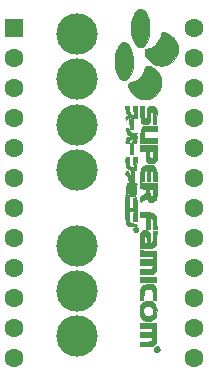
<source format=gbr>
%TF.GenerationSoftware,KiCad,Pcbnew,(5.1.10)-1*%
%TF.CreationDate,2023-06-15T14:01:31-05:00*%
%TF.ProjectId,1 Player,3120506c-6179-4657-922e-6b696361645f,rev?*%
%TF.SameCoordinates,Original*%
%TF.FileFunction,Soldermask,Top*%
%TF.FilePolarity,Negative*%
%FSLAX46Y46*%
G04 Gerber Fmt 4.6, Leading zero omitted, Abs format (unit mm)*
G04 Created by KiCad (PCBNEW (5.1.10)-1) date 2023-06-15 14:01:31*
%MOMM*%
%LPD*%
G01*
G04 APERTURE LIST*
%ADD10C,0.010000*%
%ADD11C,3.500000*%
%ADD12C,1.600000*%
%ADD13R,1.600000X1.600000*%
G04 APERTURE END LIST*
D10*
%TO.C,G\u002A\u002A\u002A*%
G36*
X178635483Y-103552943D02*
G01*
X178614371Y-103587640D01*
X178532481Y-103648451D01*
X178418728Y-103670571D01*
X178303326Y-103652898D01*
X178222909Y-103601928D01*
X178167493Y-103492250D01*
X178171331Y-103369973D01*
X178231803Y-103260416D01*
X178261072Y-103233439D01*
X178308000Y-103211353D01*
X178308000Y-103367486D01*
X178250149Y-103369134D01*
X178235428Y-103418959D01*
X178245440Y-103467111D01*
X178288469Y-103460497D01*
X178308000Y-103450571D01*
X178364892Y-103415310D01*
X178375511Y-103404331D01*
X178375511Y-103535432D01*
X178343998Y-103541463D01*
X178309990Y-103575058D01*
X178345192Y-103592060D01*
X178407786Y-103594611D01*
X178472230Y-103590213D01*
X178471415Y-103574122D01*
X178443784Y-103556361D01*
X178375511Y-103535432D01*
X178375511Y-103404331D01*
X178380571Y-103399098D01*
X178350675Y-103381077D01*
X178308000Y-103367486D01*
X178308000Y-103211353D01*
X178374346Y-103180126D01*
X178404007Y-103181777D01*
X178404007Y-103248517D01*
X178365547Y-103254824D01*
X178313098Y-103282923D01*
X178332242Y-103299447D01*
X178422922Y-103304350D01*
X178425928Y-103304325D01*
X178461818Y-103302018D01*
X178461818Y-103393737D01*
X178456007Y-103429404D01*
X178462679Y-103476468D01*
X178475065Y-103477029D01*
X178483727Y-103428465D01*
X178477930Y-103407482D01*
X178461818Y-103393737D01*
X178461818Y-103302018D01*
X178498897Y-103299633D01*
X178507041Y-103284412D01*
X178483475Y-103267981D01*
X178404007Y-103248517D01*
X178404007Y-103181777D01*
X178484022Y-103186233D01*
X178543857Y-103220099D01*
X178543857Y-103523142D01*
X178525714Y-103541285D01*
X178543857Y-103559428D01*
X178562000Y-103541285D01*
X178543857Y-103523142D01*
X178543857Y-103220099D01*
X178570675Y-103235278D01*
X178570675Y-103393737D01*
X178564864Y-103429404D01*
X178571536Y-103476468D01*
X178583922Y-103477029D01*
X178592584Y-103428465D01*
X178586787Y-103407482D01*
X178570675Y-103393737D01*
X178570675Y-103235278D01*
X178577538Y-103239163D01*
X178642328Y-103326322D01*
X178665831Y-103435114D01*
X178635483Y-103552943D01*
G37*
X178635483Y-103552943D02*
X178614371Y-103587640D01*
X178532481Y-103648451D01*
X178418728Y-103670571D01*
X178303326Y-103652898D01*
X178222909Y-103601928D01*
X178167493Y-103492250D01*
X178171331Y-103369973D01*
X178231803Y-103260416D01*
X178261072Y-103233439D01*
X178308000Y-103211353D01*
X178308000Y-103367486D01*
X178250149Y-103369134D01*
X178235428Y-103418959D01*
X178245440Y-103467111D01*
X178288469Y-103460497D01*
X178308000Y-103450571D01*
X178364892Y-103415310D01*
X178375511Y-103404331D01*
X178375511Y-103535432D01*
X178343998Y-103541463D01*
X178309990Y-103575058D01*
X178345192Y-103592060D01*
X178407786Y-103594611D01*
X178472230Y-103590213D01*
X178471415Y-103574122D01*
X178443784Y-103556361D01*
X178375511Y-103535432D01*
X178375511Y-103404331D01*
X178380571Y-103399098D01*
X178350675Y-103381077D01*
X178308000Y-103367486D01*
X178308000Y-103211353D01*
X178374346Y-103180126D01*
X178404007Y-103181777D01*
X178404007Y-103248517D01*
X178365547Y-103254824D01*
X178313098Y-103282923D01*
X178332242Y-103299447D01*
X178422922Y-103304350D01*
X178425928Y-103304325D01*
X178461818Y-103302018D01*
X178461818Y-103393737D01*
X178456007Y-103429404D01*
X178462679Y-103476468D01*
X178475065Y-103477029D01*
X178483727Y-103428465D01*
X178477930Y-103407482D01*
X178461818Y-103393737D01*
X178461818Y-103302018D01*
X178498897Y-103299633D01*
X178507041Y-103284412D01*
X178483475Y-103267981D01*
X178404007Y-103248517D01*
X178404007Y-103181777D01*
X178484022Y-103186233D01*
X178543857Y-103220099D01*
X178543857Y-103523142D01*
X178525714Y-103541285D01*
X178543857Y-103559428D01*
X178562000Y-103541285D01*
X178543857Y-103523142D01*
X178543857Y-103220099D01*
X178570675Y-103235278D01*
X178570675Y-103393737D01*
X178564864Y-103429404D01*
X178571536Y-103476468D01*
X178583922Y-103477029D01*
X178592584Y-103428465D01*
X178586787Y-103407482D01*
X178570675Y-103393737D01*
X178570675Y-103235278D01*
X178577538Y-103239163D01*
X178642328Y-103326322D01*
X178665831Y-103435114D01*
X178635483Y-103552943D01*
G36*
X180176771Y-78197350D02*
G01*
X180102680Y-78504946D01*
X179968547Y-78783190D01*
X179778823Y-79024221D01*
X179537955Y-79220178D01*
X179368198Y-79314038D01*
X179263568Y-79359226D01*
X179168247Y-79387909D01*
X179060287Y-79403711D01*
X178917740Y-79410262D01*
X178779714Y-79411285D01*
X178597730Y-79409143D01*
X178466429Y-79400341D01*
X178363989Y-79381318D01*
X178268585Y-79348510D01*
X178195229Y-79315868D01*
X178007068Y-79201261D01*
X177817332Y-79040796D01*
X177648537Y-78856482D01*
X177523202Y-78670326D01*
X177511523Y-78647641D01*
X177457323Y-78508975D01*
X177420850Y-78358164D01*
X177404286Y-78214810D01*
X177409812Y-78098515D01*
X177439610Y-78028884D01*
X177442403Y-78026468D01*
X177507020Y-77997404D01*
X177611083Y-77970994D01*
X177655106Y-77963534D01*
X177915378Y-77890921D01*
X178159478Y-77756794D01*
X178376405Y-77572026D01*
X178555156Y-77347488D01*
X178684730Y-77094053D01*
X178743757Y-76887694D01*
X178778312Y-76739568D01*
X178821838Y-76651543D01*
X178887841Y-76611288D01*
X178989823Y-76606472D01*
X179045756Y-76611948D01*
X179287660Y-76671453D01*
X179519368Y-76793799D01*
X179749178Y-76983477D01*
X179769751Y-77003705D01*
X179973279Y-77246809D01*
X180108203Y-77505060D01*
X180178070Y-77785822D01*
X180186372Y-77868265D01*
X180176771Y-78197350D01*
G37*
X180176771Y-78197350D02*
X180102680Y-78504946D01*
X179968547Y-78783190D01*
X179778823Y-79024221D01*
X179537955Y-79220178D01*
X179368198Y-79314038D01*
X179263568Y-79359226D01*
X179168247Y-79387909D01*
X179060287Y-79403711D01*
X178917740Y-79410262D01*
X178779714Y-79411285D01*
X178597730Y-79409143D01*
X178466429Y-79400341D01*
X178363989Y-79381318D01*
X178268585Y-79348510D01*
X178195229Y-79315868D01*
X178007068Y-79201261D01*
X177817332Y-79040796D01*
X177648537Y-78856482D01*
X177523202Y-78670326D01*
X177511523Y-78647641D01*
X177457323Y-78508975D01*
X177420850Y-78358164D01*
X177404286Y-78214810D01*
X177409812Y-78098515D01*
X177439610Y-78028884D01*
X177442403Y-78026468D01*
X177507020Y-77997404D01*
X177611083Y-77970994D01*
X177655106Y-77963534D01*
X177915378Y-77890921D01*
X178159478Y-77756794D01*
X178376405Y-77572026D01*
X178555156Y-77347488D01*
X178684730Y-77094053D01*
X178743757Y-76887694D01*
X178778312Y-76739568D01*
X178821838Y-76651543D01*
X178887841Y-76611288D01*
X178989823Y-76606472D01*
X179045756Y-76611948D01*
X179287660Y-76671453D01*
X179519368Y-76793799D01*
X179749178Y-76983477D01*
X179769751Y-77003705D01*
X179973279Y-77246809D01*
X180108203Y-77505060D01*
X180178070Y-77785822D01*
X180186372Y-77868265D01*
X180176771Y-78197350D01*
G36*
X178407684Y-90432872D02*
G01*
X178395623Y-90575797D01*
X178372714Y-90681207D01*
X178336591Y-90760754D01*
X178284888Y-90826091D01*
X178227938Y-90878306D01*
X178090222Y-90951001D01*
X177936286Y-90964944D01*
X177786093Y-90924290D01*
X177659610Y-90833193D01*
X177598783Y-90747389D01*
X177546191Y-90672599D01*
X177500573Y-90667387D01*
X177498383Y-90668940D01*
X177447154Y-90708290D01*
X177360951Y-90775289D01*
X177292000Y-90829167D01*
X177170283Y-90923502D01*
X177095370Y-90971337D01*
X177055974Y-90969669D01*
X177040808Y-90915493D01*
X177038586Y-90805807D01*
X177038755Y-90761784D01*
X177039510Y-90514714D01*
X177509714Y-90205818D01*
X177509714Y-89849204D01*
X177038000Y-89798688D01*
X177038009Y-89594272D01*
X177038017Y-89389857D01*
X178048493Y-89389857D01*
X178048493Y-89826708D01*
X177957582Y-89831845D01*
X177936071Y-89834314D01*
X177800000Y-89851368D01*
X177800000Y-90112606D01*
X177807211Y-90272719D01*
X177827150Y-90390543D01*
X177847755Y-90439153D01*
X177918744Y-90488197D01*
X177999437Y-90475225D01*
X178070230Y-90404613D01*
X178079768Y-90387393D01*
X178101952Y-90311571D01*
X178117361Y-90199104D01*
X178125201Y-90072420D01*
X178124683Y-89953947D01*
X178115013Y-89866114D01*
X178099357Y-89832485D01*
X178048493Y-89826708D01*
X178048493Y-89389857D01*
X178398714Y-89389857D01*
X178408724Y-89987861D01*
X178411263Y-90240777D01*
X178407684Y-90432872D01*
G37*
X178407684Y-90432872D02*
X178395623Y-90575797D01*
X178372714Y-90681207D01*
X178336591Y-90760754D01*
X178284888Y-90826091D01*
X178227938Y-90878306D01*
X178090222Y-90951001D01*
X177936286Y-90964944D01*
X177786093Y-90924290D01*
X177659610Y-90833193D01*
X177598783Y-90747389D01*
X177546191Y-90672599D01*
X177500573Y-90667387D01*
X177498383Y-90668940D01*
X177447154Y-90708290D01*
X177360951Y-90775289D01*
X177292000Y-90829167D01*
X177170283Y-90923502D01*
X177095370Y-90971337D01*
X177055974Y-90969669D01*
X177040808Y-90915493D01*
X177038586Y-90805807D01*
X177038755Y-90761784D01*
X177039510Y-90514714D01*
X177509714Y-90205818D01*
X177509714Y-89849204D01*
X177038000Y-89798688D01*
X177038009Y-89594272D01*
X177038017Y-89389857D01*
X178048493Y-89389857D01*
X178048493Y-89826708D01*
X177957582Y-89831845D01*
X177936071Y-89834314D01*
X177800000Y-89851368D01*
X177800000Y-90112606D01*
X177807211Y-90272719D01*
X177827150Y-90390543D01*
X177847755Y-90439153D01*
X177918744Y-90488197D01*
X177999437Y-90475225D01*
X178070230Y-90404613D01*
X178079768Y-90387393D01*
X178101952Y-90311571D01*
X178117361Y-90199104D01*
X178125201Y-90072420D01*
X178124683Y-89953947D01*
X178115013Y-89866114D01*
X178099357Y-89832485D01*
X178048493Y-89826708D01*
X178048493Y-89389857D01*
X178398714Y-89389857D01*
X178408724Y-89987861D01*
X178411263Y-90240777D01*
X178407684Y-90432872D01*
G36*
X178132992Y-89226571D02*
G01*
X178120710Y-88824152D01*
X178114150Y-88646280D01*
X178105322Y-88526052D01*
X178091129Y-88448544D01*
X178068473Y-88398836D01*
X178034254Y-88362002D01*
X178022766Y-88352438D01*
X177951936Y-88302998D01*
X177904837Y-88283142D01*
X177892835Y-88317179D01*
X177882856Y-88410307D01*
X177875824Y-88549056D01*
X177872659Y-88719954D01*
X177872571Y-88754857D01*
X177872571Y-89226571D01*
X177582286Y-89226571D01*
X177582286Y-88754857D01*
X177580758Y-88548744D01*
X177574057Y-88407100D01*
X177559004Y-88321847D01*
X177532420Y-88284911D01*
X177491127Y-88288214D01*
X177431948Y-88323682D01*
X177416864Y-88334524D01*
X177385259Y-88366716D01*
X177363111Y-88418182D01*
X177347782Y-88502690D01*
X177336636Y-88634010D01*
X177328285Y-88797167D01*
X177310143Y-89208428D01*
X177174071Y-89219690D01*
X177038000Y-89230952D01*
X177038223Y-88747976D01*
X177040727Y-88526787D01*
X177048791Y-88365727D01*
X177063598Y-88252485D01*
X177086329Y-88174751D01*
X177095062Y-88156142D01*
X177206988Y-87990097D01*
X177345252Y-87881750D01*
X177520322Y-87826011D01*
X177742665Y-87817790D01*
X177784840Y-87820664D01*
X178007948Y-87861409D01*
X178177664Y-87946098D01*
X178301470Y-88079166D01*
X178341711Y-88150824D01*
X178374194Y-88228334D01*
X178395933Y-88312702D01*
X178408946Y-88420446D01*
X178415248Y-88568082D01*
X178416857Y-88766313D01*
X178416857Y-89226571D01*
X178132992Y-89226571D01*
G37*
X178132992Y-89226571D02*
X178120710Y-88824152D01*
X178114150Y-88646280D01*
X178105322Y-88526052D01*
X178091129Y-88448544D01*
X178068473Y-88398836D01*
X178034254Y-88362002D01*
X178022766Y-88352438D01*
X177951936Y-88302998D01*
X177904837Y-88283142D01*
X177892835Y-88317179D01*
X177882856Y-88410307D01*
X177875824Y-88549056D01*
X177872659Y-88719954D01*
X177872571Y-88754857D01*
X177872571Y-89226571D01*
X177582286Y-89226571D01*
X177582286Y-88754857D01*
X177580758Y-88548744D01*
X177574057Y-88407100D01*
X177559004Y-88321847D01*
X177532420Y-88284911D01*
X177491127Y-88288214D01*
X177431948Y-88323682D01*
X177416864Y-88334524D01*
X177385259Y-88366716D01*
X177363111Y-88418182D01*
X177347782Y-88502690D01*
X177336636Y-88634010D01*
X177328285Y-88797167D01*
X177310143Y-89208428D01*
X177174071Y-89219690D01*
X177038000Y-89230952D01*
X177038223Y-88747976D01*
X177040727Y-88526787D01*
X177048791Y-88365727D01*
X177063598Y-88252485D01*
X177086329Y-88174751D01*
X177095062Y-88156142D01*
X177206988Y-87990097D01*
X177345252Y-87881750D01*
X177520322Y-87826011D01*
X177742665Y-87817790D01*
X177784840Y-87820664D01*
X178007948Y-87861409D01*
X178177664Y-87946098D01*
X178301470Y-88079166D01*
X178341711Y-88150824D01*
X178374194Y-88228334D01*
X178395933Y-88312702D01*
X178408946Y-88420446D01*
X178415248Y-88568082D01*
X178416857Y-88766313D01*
X178416857Y-89226571D01*
X178132992Y-89226571D01*
G36*
X178296678Y-87544489D02*
G01*
X178204415Y-87630664D01*
X178111091Y-87673885D01*
X177997321Y-87691119D01*
X177853386Y-87691092D01*
X177742840Y-87657058D01*
X177706381Y-87636303D01*
X177605582Y-87552399D01*
X177536351Y-87440937D01*
X177494428Y-87289592D01*
X177475554Y-87086039D01*
X177473428Y-86962302D01*
X177473428Y-86614000D01*
X177038000Y-86614000D01*
X177038000Y-86178571D01*
X178126571Y-86178571D01*
X178126571Y-86614000D01*
X177800000Y-86614000D01*
X177800000Y-86903009D01*
X177802344Y-87051487D01*
X177811745Y-87144001D01*
X177831754Y-87197072D01*
X177865920Y-87227225D01*
X177870186Y-87229580D01*
X177974420Y-87264296D01*
X178050023Y-87239108D01*
X178098939Y-87151391D01*
X178123115Y-86998519D01*
X178126571Y-86883551D01*
X178126571Y-86614000D01*
X178126571Y-86178571D01*
X178416857Y-86178571D01*
X178416857Y-87413351D01*
X178296678Y-87544489D01*
G37*
X178296678Y-87544489D02*
X178204415Y-87630664D01*
X178111091Y-87673885D01*
X177997321Y-87691119D01*
X177853386Y-87691092D01*
X177742840Y-87657058D01*
X177706381Y-87636303D01*
X177605582Y-87552399D01*
X177536351Y-87440937D01*
X177494428Y-87289592D01*
X177475554Y-87086039D01*
X177473428Y-86962302D01*
X177473428Y-86614000D01*
X177038000Y-86614000D01*
X177038000Y-86178571D01*
X178126571Y-86178571D01*
X178126571Y-86614000D01*
X177800000Y-86614000D01*
X177800000Y-86903009D01*
X177802344Y-87051487D01*
X177811745Y-87144001D01*
X177831754Y-87197072D01*
X177865920Y-87227225D01*
X177870186Y-87229580D01*
X177974420Y-87264296D01*
X178050023Y-87239108D01*
X178098939Y-87151391D01*
X178123115Y-86998519D01*
X178126571Y-86883551D01*
X178126571Y-86614000D01*
X178126571Y-86178571D01*
X178416857Y-86178571D01*
X178416857Y-87413351D01*
X178296678Y-87544489D01*
G36*
X177038000Y-85997142D02*
G01*
X177040456Y-85407500D01*
X177043450Y-85202934D01*
X177050128Y-85019873D01*
X177059669Y-84872426D01*
X177071249Y-84774701D01*
X177079083Y-84745285D01*
X177133864Y-84672052D01*
X177212699Y-84600142D01*
X177257481Y-84571788D01*
X177311631Y-84551883D01*
X177388048Y-84538968D01*
X177499632Y-84531584D01*
X177659282Y-84528274D01*
X177854428Y-84527571D01*
X178398714Y-84527571D01*
X178398714Y-84926714D01*
X177908857Y-84936441D01*
X177692016Y-84941907D01*
X177537263Y-84952859D01*
X177434125Y-84976100D01*
X177372131Y-85018436D01*
X177340807Y-85086670D01*
X177329683Y-85187607D01*
X177328285Y-85313679D01*
X177328285Y-85559774D01*
X177863500Y-85569815D01*
X178398714Y-85579857D01*
X178409596Y-85788500D01*
X178420479Y-85997142D01*
X177038000Y-85997142D01*
G37*
X177038000Y-85997142D02*
X177040456Y-85407500D01*
X177043450Y-85202934D01*
X177050128Y-85019873D01*
X177059669Y-84872426D01*
X177071249Y-84774701D01*
X177079083Y-84745285D01*
X177133864Y-84672052D01*
X177212699Y-84600142D01*
X177257481Y-84571788D01*
X177311631Y-84551883D01*
X177388048Y-84538968D01*
X177499632Y-84531584D01*
X177659282Y-84528274D01*
X177854428Y-84527571D01*
X178398714Y-84527571D01*
X178398714Y-84926714D01*
X177908857Y-84936441D01*
X177692016Y-84941907D01*
X177537263Y-84952859D01*
X177434125Y-84976100D01*
X177372131Y-85018436D01*
X177340807Y-85086670D01*
X177329683Y-85187607D01*
X177328285Y-85313679D01*
X177328285Y-85559774D01*
X177863500Y-85569815D01*
X178398714Y-85579857D01*
X178409596Y-85788500D01*
X178420479Y-85997142D01*
X177038000Y-85997142D01*
G36*
X178405961Y-83546556D02*
G01*
X178397440Y-83750936D01*
X178371288Y-84328000D01*
X178126571Y-84328000D01*
X178126571Y-83894933D01*
X178122999Y-83658920D01*
X178110971Y-83487382D01*
X178088523Y-83372513D01*
X178053688Y-83306509D01*
X178004502Y-83281563D01*
X177972298Y-83282269D01*
X177937092Y-83291097D01*
X177912963Y-83314173D01*
X177896950Y-83364163D01*
X177886091Y-83453735D01*
X177877426Y-83595557D01*
X177872041Y-83711143D01*
X177858809Y-83926406D01*
X177838709Y-84082755D01*
X177807675Y-84193793D01*
X177761642Y-84273122D01*
X177696542Y-84334346D01*
X177682788Y-84344282D01*
X177568527Y-84388395D01*
X177423020Y-84397525D01*
X177278783Y-84371345D01*
X177224691Y-84348864D01*
X177161417Y-84308812D01*
X177114070Y-84256264D01*
X177080415Y-84180960D01*
X177058219Y-84072642D01*
X177045245Y-83921050D01*
X177039261Y-83715925D01*
X177038000Y-83491721D01*
X177038000Y-82876571D01*
X177326238Y-82876571D01*
X177336333Y-83371608D01*
X177341518Y-83573620D01*
X177348571Y-83715090D01*
X177359194Y-83808044D01*
X177375087Y-83864512D01*
X177397954Y-83896522D01*
X177412054Y-83906822D01*
X177480957Y-83924648D01*
X177531285Y-83880317D01*
X177564018Y-83771327D01*
X177580140Y-83595181D01*
X177582286Y-83473765D01*
X177589222Y-83247068D01*
X177612177Y-83080987D01*
X177654373Y-82964707D01*
X177719031Y-82887408D01*
X177765846Y-82857326D01*
X177932104Y-82806689D01*
X178095218Y-82819338D01*
X178238831Y-82890203D01*
X178346587Y-83014212D01*
X178360902Y-83041766D01*
X178384642Y-83100380D01*
X178400340Y-83167031D01*
X178408675Y-83254853D01*
X178410323Y-83376983D01*
X178405961Y-83546556D01*
G37*
X178405961Y-83546556D02*
X178397440Y-83750936D01*
X178371288Y-84328000D01*
X178126571Y-84328000D01*
X178126571Y-83894933D01*
X178122999Y-83658920D01*
X178110971Y-83487382D01*
X178088523Y-83372513D01*
X178053688Y-83306509D01*
X178004502Y-83281563D01*
X177972298Y-83282269D01*
X177937092Y-83291097D01*
X177912963Y-83314173D01*
X177896950Y-83364163D01*
X177886091Y-83453735D01*
X177877426Y-83595557D01*
X177872041Y-83711143D01*
X177858809Y-83926406D01*
X177838709Y-84082755D01*
X177807675Y-84193793D01*
X177761642Y-84273122D01*
X177696542Y-84334346D01*
X177682788Y-84344282D01*
X177568527Y-84388395D01*
X177423020Y-84397525D01*
X177278783Y-84371345D01*
X177224691Y-84348864D01*
X177161417Y-84308812D01*
X177114070Y-84256264D01*
X177080415Y-84180960D01*
X177058219Y-84072642D01*
X177045245Y-83921050D01*
X177039261Y-83715925D01*
X177038000Y-83491721D01*
X177038000Y-82876571D01*
X177326238Y-82876571D01*
X177336333Y-83371608D01*
X177341518Y-83573620D01*
X177348571Y-83715090D01*
X177359194Y-83808044D01*
X177375087Y-83864512D01*
X177397954Y-83896522D01*
X177412054Y-83906822D01*
X177480957Y-83924648D01*
X177531285Y-83880317D01*
X177564018Y-83771327D01*
X177580140Y-83595181D01*
X177582286Y-83473765D01*
X177589222Y-83247068D01*
X177612177Y-83080987D01*
X177654373Y-82964707D01*
X177719031Y-82887408D01*
X177765846Y-82857326D01*
X177932104Y-82806689D01*
X178095218Y-82819338D01*
X178238831Y-82890203D01*
X178346587Y-83014212D01*
X178360902Y-83041766D01*
X178384642Y-83100380D01*
X178400340Y-83167031D01*
X178408675Y-83254853D01*
X178410323Y-83376983D01*
X178405961Y-83546556D01*
G36*
X178090286Y-99277714D02*
G01*
X178090286Y-98895065D01*
X178089137Y-98722285D01*
X178083654Y-98605871D01*
X178070777Y-98529628D01*
X178047450Y-98477361D01*
X178010615Y-98432876D01*
X178001221Y-98423350D01*
X177935923Y-98370810D01*
X177858345Y-98343792D01*
X177742427Y-98334671D01*
X177696812Y-98334285D01*
X177544049Y-98343526D01*
X177440604Y-98374514D01*
X177395805Y-98403581D01*
X177357975Y-98439500D01*
X177332535Y-98484311D01*
X177316385Y-98552936D01*
X177306429Y-98660297D01*
X177299566Y-98821317D01*
X177297861Y-98875295D01*
X177285579Y-99277714D01*
X177001714Y-99277714D01*
X177003167Y-98815071D01*
X177006446Y-98598006D01*
X177015576Y-98440696D01*
X177031867Y-98330468D01*
X177056624Y-98254649D01*
X177062137Y-98243571D01*
X177165053Y-98085249D01*
X177277862Y-97987467D01*
X177328285Y-97962621D01*
X177555522Y-97899563D01*
X177776830Y-97891354D01*
X177980016Y-97934503D01*
X178152888Y-98025517D01*
X178283252Y-98160906D01*
X178331077Y-98249783D01*
X178357913Y-98362073D01*
X178374425Y-98545295D01*
X178380534Y-98798534D01*
X178380571Y-98822977D01*
X178380571Y-99277714D01*
X178090286Y-99277714D01*
G37*
X178090286Y-99277714D02*
X178090286Y-98895065D01*
X178089137Y-98722285D01*
X178083654Y-98605871D01*
X178070777Y-98529628D01*
X178047450Y-98477361D01*
X178010615Y-98432876D01*
X178001221Y-98423350D01*
X177935923Y-98370810D01*
X177858345Y-98343792D01*
X177742427Y-98334671D01*
X177696812Y-98334285D01*
X177544049Y-98343526D01*
X177440604Y-98374514D01*
X177395805Y-98403581D01*
X177357975Y-98439500D01*
X177332535Y-98484311D01*
X177316385Y-98552936D01*
X177306429Y-98660297D01*
X177299566Y-98821317D01*
X177297861Y-98875295D01*
X177285579Y-99277714D01*
X177001714Y-99277714D01*
X177003167Y-98815071D01*
X177006446Y-98598006D01*
X177015576Y-98440696D01*
X177031867Y-98330468D01*
X177056624Y-98254649D01*
X177062137Y-98243571D01*
X177165053Y-98085249D01*
X177277862Y-97987467D01*
X177328285Y-97962621D01*
X177555522Y-97899563D01*
X177776830Y-97891354D01*
X177980016Y-97934503D01*
X178152888Y-98025517D01*
X178283252Y-98160906D01*
X178331077Y-98249783D01*
X178357913Y-98362073D01*
X178374425Y-98545295D01*
X178380534Y-98798534D01*
X178380571Y-98822977D01*
X178380571Y-99277714D01*
X178090286Y-99277714D01*
G36*
X177001714Y-97717428D02*
G01*
X177001714Y-97282000D01*
X178380571Y-97282000D01*
X178380571Y-97717428D01*
X177001714Y-97717428D01*
G37*
X177001714Y-97717428D02*
X177001714Y-97282000D01*
X178380571Y-97282000D01*
X178380571Y-97717428D01*
X177001714Y-97717428D01*
G36*
X178393218Y-96413498D02*
G01*
X178385301Y-96583134D01*
X178369965Y-96709093D01*
X178345055Y-96801003D01*
X178308416Y-96868495D01*
X178257895Y-96921196D01*
X178191336Y-96968738D01*
X178151814Y-96993311D01*
X178096330Y-97021859D01*
X178030376Y-97041649D01*
X177940171Y-97054220D01*
X177811935Y-97061108D01*
X177631886Y-97063851D01*
X177516975Y-97064150D01*
X176998092Y-97064285D01*
X177008975Y-96855642D01*
X177019857Y-96647000D01*
X177473428Y-96660149D01*
X177687651Y-96663654D01*
X177840984Y-96656445D01*
X177944878Y-96633551D01*
X178010789Y-96589999D01*
X178050168Y-96520818D01*
X178074469Y-96421036D01*
X178078441Y-96397500D01*
X178099781Y-96266000D01*
X177001714Y-96266000D01*
X177001714Y-95830571D01*
X178090286Y-95830571D01*
X178090286Y-95504000D01*
X177001714Y-95504000D01*
X177001714Y-95067004D01*
X177696915Y-95076859D01*
X178392115Y-95086714D01*
X178395415Y-95904677D01*
X178395871Y-96190556D01*
X178393218Y-96413498D01*
G37*
X178393218Y-96413498D02*
X178385301Y-96583134D01*
X178369965Y-96709093D01*
X178345055Y-96801003D01*
X178308416Y-96868495D01*
X178257895Y-96921196D01*
X178191336Y-96968738D01*
X178151814Y-96993311D01*
X178096330Y-97021859D01*
X178030376Y-97041649D01*
X177940171Y-97054220D01*
X177811935Y-97061108D01*
X177631886Y-97063851D01*
X177516975Y-97064150D01*
X176998092Y-97064285D01*
X177008975Y-96855642D01*
X177019857Y-96647000D01*
X177473428Y-96660149D01*
X177687651Y-96663654D01*
X177840984Y-96656445D01*
X177944878Y-96633551D01*
X178010789Y-96589999D01*
X178050168Y-96520818D01*
X178074469Y-96421036D01*
X178078441Y-96397500D01*
X178099781Y-96266000D01*
X177001714Y-96266000D01*
X177001714Y-95830571D01*
X178090286Y-95830571D01*
X178090286Y-95504000D01*
X177001714Y-95504000D01*
X177001714Y-95067004D01*
X177696915Y-95076859D01*
X178392115Y-95086714D01*
X178395415Y-95904677D01*
X178395871Y-96190556D01*
X178393218Y-96413498D01*
G36*
X178385869Y-93961857D02*
G01*
X178375229Y-94216695D01*
X178355150Y-94410495D01*
X178321458Y-94554598D01*
X178269982Y-94660347D01*
X178196548Y-94739083D01*
X178096984Y-94802149D01*
X178072149Y-94814568D01*
X177995580Y-94846122D01*
X177909651Y-94867218D01*
X177798087Y-94879793D01*
X177644610Y-94885782D01*
X177461972Y-94887143D01*
X177001714Y-94887143D01*
X177004014Y-94297500D01*
X177006972Y-94091152D01*
X177013645Y-93904593D01*
X177023205Y-93752470D01*
X177034824Y-93649431D01*
X177042479Y-93617161D01*
X177136029Y-93464904D01*
X177266066Y-93370610D01*
X177421553Y-93339101D01*
X177434314Y-93341812D01*
X177434314Y-93808119D01*
X177402598Y-93816161D01*
X177366133Y-93834492D01*
X177343969Y-93871350D01*
X177332626Y-93942171D01*
X177328622Y-94062391D01*
X177328285Y-94145731D01*
X177328285Y-94451714D01*
X177582286Y-94451714D01*
X177582286Y-94165871D01*
X177574871Y-93987349D01*
X177550182Y-93872974D01*
X177504552Y-93815609D01*
X177434314Y-93808119D01*
X177434314Y-93341812D01*
X177591455Y-93375204D01*
X177593768Y-93376164D01*
X177707637Y-93439623D01*
X177787481Y-93527160D01*
X177838257Y-93650647D01*
X177864921Y-93821951D01*
X177872436Y-94043500D01*
X177876035Y-94231011D01*
X177888618Y-94351867D01*
X177913110Y-94411729D01*
X177952434Y-94416258D01*
X178009514Y-94371116D01*
X178030233Y-94349071D01*
X178057121Y-94305851D01*
X178074906Y-94237943D01*
X178085224Y-94131943D01*
X178089710Y-93974450D01*
X178090286Y-93857128D01*
X178090286Y-93431541D01*
X178398714Y-93453857D01*
X178385869Y-93961857D01*
G37*
X178385869Y-93961857D02*
X178375229Y-94216695D01*
X178355150Y-94410495D01*
X178321458Y-94554598D01*
X178269982Y-94660347D01*
X178196548Y-94739083D01*
X178096984Y-94802149D01*
X178072149Y-94814568D01*
X177995580Y-94846122D01*
X177909651Y-94867218D01*
X177798087Y-94879793D01*
X177644610Y-94885782D01*
X177461972Y-94887143D01*
X177001714Y-94887143D01*
X177004014Y-94297500D01*
X177006972Y-94091152D01*
X177013645Y-93904593D01*
X177023205Y-93752470D01*
X177034824Y-93649431D01*
X177042479Y-93617161D01*
X177136029Y-93464904D01*
X177266066Y-93370610D01*
X177421553Y-93339101D01*
X177434314Y-93341812D01*
X177434314Y-93808119D01*
X177402598Y-93816161D01*
X177366133Y-93834492D01*
X177343969Y-93871350D01*
X177332626Y-93942171D01*
X177328622Y-94062391D01*
X177328285Y-94145731D01*
X177328285Y-94451714D01*
X177582286Y-94451714D01*
X177582286Y-94165871D01*
X177574871Y-93987349D01*
X177550182Y-93872974D01*
X177504552Y-93815609D01*
X177434314Y-93808119D01*
X177434314Y-93341812D01*
X177591455Y-93375204D01*
X177593768Y-93376164D01*
X177707637Y-93439623D01*
X177787481Y-93527160D01*
X177838257Y-93650647D01*
X177864921Y-93821951D01*
X177872436Y-94043500D01*
X177876035Y-94231011D01*
X177888618Y-94351867D01*
X177913110Y-94411729D01*
X177952434Y-94416258D01*
X178009514Y-94371116D01*
X178030233Y-94349071D01*
X178057121Y-94305851D01*
X178074906Y-94237943D01*
X178085224Y-94131943D01*
X178089710Y-93974450D01*
X178090286Y-93857128D01*
X178090286Y-93431541D01*
X178398714Y-93453857D01*
X178385869Y-93961857D01*
G36*
X178132992Y-93254285D02*
G01*
X178120710Y-92857966D01*
X178113856Y-92680091D01*
X178104214Y-92558761D01*
X178088505Y-92477954D01*
X178063451Y-92421646D01*
X178025772Y-92373813D01*
X178020460Y-92368109D01*
X177953987Y-92305627D01*
X177906427Y-92275155D01*
X177902532Y-92274571D01*
X177891580Y-92308650D01*
X177882424Y-92402074D01*
X177875871Y-92541623D01*
X177872729Y-92714077D01*
X177872571Y-92764428D01*
X177872571Y-93254285D01*
X177546000Y-93254285D01*
X177546000Y-92274571D01*
X177001714Y-92274571D01*
X177001714Y-91839143D01*
X177465740Y-91839143D01*
X177665301Y-91840544D01*
X177808895Y-91846192D01*
X177913094Y-91858251D01*
X177994474Y-91878885D01*
X178069608Y-91910260D01*
X178090838Y-91920785D01*
X178193610Y-91979873D01*
X178269157Y-92045681D01*
X178321858Y-92130224D01*
X178356090Y-92245513D01*
X178376230Y-92403562D01*
X178386656Y-92616383D01*
X178389474Y-92740307D01*
X178398714Y-93254343D01*
X178132992Y-93254285D01*
G37*
X178132992Y-93254285D02*
X178120710Y-92857966D01*
X178113856Y-92680091D01*
X178104214Y-92558761D01*
X178088505Y-92477954D01*
X178063451Y-92421646D01*
X178025772Y-92373813D01*
X178020460Y-92368109D01*
X177953987Y-92305627D01*
X177906427Y-92275155D01*
X177902532Y-92274571D01*
X177891580Y-92308650D01*
X177882424Y-92402074D01*
X177875871Y-92541623D01*
X177872729Y-92714077D01*
X177872571Y-92764428D01*
X177872571Y-93254285D01*
X177546000Y-93254285D01*
X177546000Y-92274571D01*
X177001714Y-92274571D01*
X177001714Y-91839143D01*
X177465740Y-91839143D01*
X177665301Y-91840544D01*
X177808895Y-91846192D01*
X177913094Y-91858251D01*
X177994474Y-91878885D01*
X178069608Y-91910260D01*
X178090838Y-91920785D01*
X178193610Y-91979873D01*
X178269157Y-92045681D01*
X178321858Y-92130224D01*
X178356090Y-92245513D01*
X178376230Y-92403562D01*
X178386656Y-92616383D01*
X178389474Y-92740307D01*
X178398714Y-93254343D01*
X178132992Y-93254285D01*
G36*
X178372327Y-102602148D02*
G01*
X178365493Y-102712238D01*
X178354025Y-102794260D01*
X178337203Y-102859333D01*
X178314308Y-102918579D01*
X178311908Y-102924045D01*
X178261615Y-103022173D01*
X178202737Y-103093864D01*
X178123871Y-103142835D01*
X178013612Y-103172802D01*
X177860558Y-103187482D01*
X177653304Y-103190591D01*
X177500519Y-103188495D01*
X176983571Y-103178428D01*
X176983571Y-102815571D01*
X177467395Y-102797428D01*
X177686486Y-102786942D01*
X177843293Y-102771246D01*
X177948102Y-102745447D01*
X178011199Y-102704649D01*
X178042870Y-102643961D01*
X178053401Y-102558487D01*
X178054000Y-102518350D01*
X178054000Y-102398285D01*
X176965428Y-102398285D01*
X176965428Y-101962857D01*
X178054000Y-101962857D01*
X178054066Y-101808642D01*
X178054132Y-101654428D01*
X177828358Y-101667126D01*
X177677009Y-101670108D01*
X177492070Y-101665968D01*
X177312078Y-101655607D01*
X177302149Y-101654797D01*
X177001714Y-101629771D01*
X177001714Y-101199255D01*
X177682071Y-101209128D01*
X178362428Y-101219000D01*
X178372228Y-101992264D01*
X178374975Y-102253282D01*
X178375248Y-102452870D01*
X178372327Y-102602148D01*
G37*
X178372327Y-102602148D02*
X178365493Y-102712238D01*
X178354025Y-102794260D01*
X178337203Y-102859333D01*
X178314308Y-102918579D01*
X178311908Y-102924045D01*
X178261615Y-103022173D01*
X178202737Y-103093864D01*
X178123871Y-103142835D01*
X178013612Y-103172802D01*
X177860558Y-103187482D01*
X177653304Y-103190591D01*
X177500519Y-103188495D01*
X176983571Y-103178428D01*
X176983571Y-102815571D01*
X177467395Y-102797428D01*
X177686486Y-102786942D01*
X177843293Y-102771246D01*
X177948102Y-102745447D01*
X178011199Y-102704649D01*
X178042870Y-102643961D01*
X178053401Y-102558487D01*
X178054000Y-102518350D01*
X178054000Y-102398285D01*
X176965428Y-102398285D01*
X176965428Y-101962857D01*
X178054000Y-101962857D01*
X178054066Y-101808642D01*
X178054132Y-101654428D01*
X177828358Y-101667126D01*
X177677009Y-101670108D01*
X177492070Y-101665968D01*
X177312078Y-101655607D01*
X177302149Y-101654797D01*
X177001714Y-101629771D01*
X177001714Y-101199255D01*
X177682071Y-101209128D01*
X178362428Y-101219000D01*
X178372228Y-101992264D01*
X178374975Y-102253282D01*
X178375248Y-102452870D01*
X178372327Y-102602148D01*
G36*
X178393073Y-100389446D02*
G01*
X178340092Y-100610119D01*
X178259462Y-100771709D01*
X178122832Y-100913962D01*
X177948269Y-101006630D01*
X177751637Y-101048835D01*
X177548799Y-101039701D01*
X177355620Y-100978349D01*
X177187965Y-100863902D01*
X177157155Y-100832682D01*
X177067802Y-100691573D01*
X177004491Y-100503065D01*
X176970162Y-100288556D01*
X176967755Y-100069445D01*
X177000211Y-99867128D01*
X177017060Y-99813258D01*
X177096654Y-99635745D01*
X177194663Y-99513018D01*
X177325639Y-99427396D01*
X177340186Y-99420613D01*
X177538874Y-99361395D01*
X177643851Y-99356677D01*
X177643851Y-99762318D01*
X177481893Y-99798204D01*
X177357154Y-99886538D01*
X177278863Y-100021154D01*
X177255714Y-100171300D01*
X177268365Y-100299194D01*
X177299815Y-100415755D01*
X177310518Y-100439583D01*
X177384829Y-100542650D01*
X177486457Y-100599607D01*
X177633954Y-100619824D01*
X177668252Y-100620285D01*
X177861673Y-100598592D01*
X177999682Y-100531157D01*
X178085903Y-100414449D01*
X178123960Y-100244934D01*
X178126571Y-100173409D01*
X178097214Y-100002992D01*
X178010127Y-99876210D01*
X177866787Y-99795023D01*
X177833802Y-99785045D01*
X177643851Y-99762318D01*
X177643851Y-99356677D01*
X177747217Y-99352031D01*
X177945547Y-99389831D01*
X178114194Y-99472106D01*
X178188339Y-99536604D01*
X178299769Y-99706228D01*
X178371785Y-99917946D01*
X178403262Y-100152203D01*
X178393073Y-100389446D01*
G37*
X178393073Y-100389446D02*
X178340092Y-100610119D01*
X178259462Y-100771709D01*
X178122832Y-100913962D01*
X177948269Y-101006630D01*
X177751637Y-101048835D01*
X177548799Y-101039701D01*
X177355620Y-100978349D01*
X177187965Y-100863902D01*
X177157155Y-100832682D01*
X177067802Y-100691573D01*
X177004491Y-100503065D01*
X176970162Y-100288556D01*
X176967755Y-100069445D01*
X177000211Y-99867128D01*
X177017060Y-99813258D01*
X177096654Y-99635745D01*
X177194663Y-99513018D01*
X177325639Y-99427396D01*
X177340186Y-99420613D01*
X177538874Y-99361395D01*
X177643851Y-99356677D01*
X177643851Y-99762318D01*
X177481893Y-99798204D01*
X177357154Y-99886538D01*
X177278863Y-100021154D01*
X177255714Y-100171300D01*
X177268365Y-100299194D01*
X177299815Y-100415755D01*
X177310518Y-100439583D01*
X177384829Y-100542650D01*
X177486457Y-100599607D01*
X177633954Y-100619824D01*
X177668252Y-100620285D01*
X177861673Y-100598592D01*
X177999682Y-100531157D01*
X178085903Y-100414449D01*
X178123960Y-100244934D01*
X178126571Y-100173409D01*
X178097214Y-100002992D01*
X178010127Y-99876210D01*
X177866787Y-99795023D01*
X177833802Y-99785045D01*
X177643851Y-99762318D01*
X177643851Y-99356677D01*
X177747217Y-99352031D01*
X177945547Y-99389831D01*
X178114194Y-99472106D01*
X178188339Y-99536604D01*
X178299769Y-99706228D01*
X178371785Y-99917946D01*
X178403262Y-100152203D01*
X178393073Y-100389446D01*
G36*
X176825344Y-93414491D02*
G01*
X176740715Y-93487961D01*
X176641889Y-93508285D01*
X176532615Y-93478615D01*
X176456638Y-93403438D01*
X176422495Y-93303508D01*
X176438721Y-93199579D01*
X176487500Y-93132909D01*
X176547934Y-93101508D01*
X176547934Y-93241084D01*
X176501272Y-93246843D01*
X176493714Y-93273567D01*
X176512514Y-93321137D01*
X176527858Y-93326857D01*
X176576137Y-93304661D01*
X176575934Y-93262003D01*
X176547934Y-93241084D01*
X176547934Y-93101508D01*
X176592397Y-93078404D01*
X176638857Y-93080643D01*
X176638857Y-93151158D01*
X176587345Y-93156860D01*
X176593500Y-93169460D01*
X176616571Y-93170948D01*
X176616571Y-93381366D01*
X176595232Y-93385821D01*
X176567774Y-93417571D01*
X176609037Y-93433669D01*
X176647928Y-93435158D01*
X176700319Y-93429063D01*
X176686358Y-93407527D01*
X176676875Y-93401267D01*
X176616571Y-93381366D01*
X176616571Y-93170948D01*
X176667789Y-93174252D01*
X176684214Y-93169460D01*
X176688772Y-93156216D01*
X176638857Y-93151158D01*
X176638857Y-93080643D01*
X176700771Y-93083627D01*
X176792761Y-93139589D01*
X176848500Y-93237302D01*
X176856571Y-93299908D01*
X176825344Y-93414491D01*
G37*
X176825344Y-93414491D02*
X176740715Y-93487961D01*
X176641889Y-93508285D01*
X176532615Y-93478615D01*
X176456638Y-93403438D01*
X176422495Y-93303508D01*
X176438721Y-93199579D01*
X176487500Y-93132909D01*
X176547934Y-93101508D01*
X176547934Y-93241084D01*
X176501272Y-93246843D01*
X176493714Y-93273567D01*
X176512514Y-93321137D01*
X176527858Y-93326857D01*
X176576137Y-93304661D01*
X176575934Y-93262003D01*
X176547934Y-93241084D01*
X176547934Y-93101508D01*
X176592397Y-93078404D01*
X176638857Y-93080643D01*
X176638857Y-93151158D01*
X176587345Y-93156860D01*
X176593500Y-93169460D01*
X176616571Y-93170948D01*
X176616571Y-93381366D01*
X176595232Y-93385821D01*
X176567774Y-93417571D01*
X176609037Y-93433669D01*
X176647928Y-93435158D01*
X176700319Y-93429063D01*
X176686358Y-93407527D01*
X176676875Y-93401267D01*
X176616571Y-93381366D01*
X176616571Y-93170948D01*
X176667789Y-93174252D01*
X176684214Y-93169460D01*
X176688772Y-93156216D01*
X176638857Y-93151158D01*
X176638857Y-93080643D01*
X176700771Y-93083627D01*
X176792761Y-93139589D01*
X176848500Y-93237302D01*
X176856571Y-93299908D01*
X176825344Y-93414491D01*
G36*
X176421143Y-92564857D02*
G01*
X176421143Y-92226190D01*
X176423582Y-92075979D01*
X176430125Y-91954334D01*
X176439608Y-91878703D01*
X176445333Y-91863333D01*
X176495130Y-91846729D01*
X176583291Y-91839185D01*
X176590476Y-91839143D01*
X176711428Y-91839143D01*
X176711428Y-92564857D01*
X176421143Y-92564857D01*
G37*
X176421143Y-92564857D02*
X176421143Y-92226190D01*
X176423582Y-92075979D01*
X176430125Y-91954334D01*
X176439608Y-91878703D01*
X176445333Y-91863333D01*
X176495130Y-91846729D01*
X176583291Y-91839185D01*
X176590476Y-91839143D01*
X176711428Y-91839143D01*
X176711428Y-92564857D01*
X176421143Y-92564857D01*
G36*
X177793040Y-76547917D02*
G01*
X177776376Y-76769391D01*
X177749467Y-76925714D01*
X177666127Y-77186955D01*
X177556903Y-77425620D01*
X177431134Y-77623714D01*
X177327830Y-77738238D01*
X177171813Y-77842041D01*
X177015212Y-77875729D01*
X176861498Y-77841641D01*
X176714143Y-77742120D01*
X176576619Y-77579508D01*
X176452397Y-77356145D01*
X176345318Y-77075543D01*
X176307305Y-76930750D01*
X176281438Y-76767502D01*
X176265363Y-76566612D01*
X176257907Y-76363285D01*
X176254841Y-76173040D01*
X176254773Y-75997912D01*
X176257530Y-75856642D01*
X176262942Y-75767974D01*
X176263370Y-75764571D01*
X176308835Y-75535338D01*
X176380930Y-75306559D01*
X176472542Y-75092924D01*
X176576561Y-74909125D01*
X176685877Y-74769853D01*
X176780634Y-74695883D01*
X176924383Y-74649816D01*
X177082946Y-74641975D01*
X177227131Y-74671478D01*
X177301024Y-74711595D01*
X177408791Y-74823862D01*
X177519198Y-74985655D01*
X177619445Y-75175592D01*
X177696734Y-75372290D01*
X177697009Y-75373154D01*
X177737813Y-75548546D01*
X177768513Y-75774283D01*
X177788414Y-76029799D01*
X177796821Y-76294532D01*
X177793040Y-76547917D01*
G37*
X177793040Y-76547917D02*
X177776376Y-76769391D01*
X177749467Y-76925714D01*
X177666127Y-77186955D01*
X177556903Y-77425620D01*
X177431134Y-77623714D01*
X177327830Y-77738238D01*
X177171813Y-77842041D01*
X177015212Y-77875729D01*
X176861498Y-77841641D01*
X176714143Y-77742120D01*
X176576619Y-77579508D01*
X176452397Y-77356145D01*
X176345318Y-77075543D01*
X176307305Y-76930750D01*
X176281438Y-76767502D01*
X176265363Y-76566612D01*
X176257907Y-76363285D01*
X176254841Y-76173040D01*
X176254773Y-75997912D01*
X176257530Y-75856642D01*
X176262942Y-75767974D01*
X176263370Y-75764571D01*
X176308835Y-75535338D01*
X176380930Y-75306559D01*
X176472542Y-75092924D01*
X176576561Y-74909125D01*
X176685877Y-74769853D01*
X176780634Y-74695883D01*
X176924383Y-74649816D01*
X177082946Y-74641975D01*
X177227131Y-74671478D01*
X177301024Y-74711595D01*
X177408791Y-74823862D01*
X177519198Y-74985655D01*
X177619445Y-75175592D01*
X177696734Y-75372290D01*
X177697009Y-75373154D01*
X177737813Y-75548546D01*
X177768513Y-75774283D01*
X177788414Y-76029799D01*
X177796821Y-76294532D01*
X177793040Y-76547917D01*
G36*
X176130857Y-86868000D02*
G01*
X176130857Y-85960857D01*
X176384857Y-85960857D01*
X176384857Y-86868000D01*
X176130857Y-86868000D01*
G37*
X176130857Y-86868000D02*
X176130857Y-85960857D01*
X176384857Y-85960857D01*
X176384857Y-86868000D01*
X176130857Y-86868000D01*
G36*
X176141351Y-84763428D02*
G01*
X176118219Y-84518500D01*
X176102176Y-84309356D01*
X176095914Y-84133152D01*
X176099422Y-84001665D01*
X176112689Y-83926675D01*
X176118762Y-83916762D01*
X176168558Y-83900157D01*
X176256720Y-83892613D01*
X176263905Y-83892571D01*
X176384857Y-83892571D01*
X176384857Y-84763428D01*
X176141351Y-84763428D01*
G37*
X176141351Y-84763428D02*
X176118219Y-84518500D01*
X176102176Y-84309356D01*
X176095914Y-84133152D01*
X176099422Y-84001665D01*
X176112689Y-83926675D01*
X176118762Y-83916762D01*
X176168558Y-83900157D01*
X176256720Y-83892613D01*
X176263905Y-83892571D01*
X176384857Y-83892571D01*
X176384857Y-84763428D01*
X176141351Y-84763428D01*
G36*
X176704696Y-89518733D02*
G01*
X176691959Y-89658900D01*
X176670215Y-89856713D01*
X176657345Y-89970428D01*
X176637385Y-90148410D01*
X176620710Y-90299985D01*
X176608880Y-90410766D01*
X176603454Y-90466364D01*
X176603279Y-90469357D01*
X176570893Y-90487513D01*
X176492416Y-90496394D01*
X176478232Y-90496571D01*
X176380450Y-90482210D01*
X176337967Y-90435491D01*
X176337298Y-90433071D01*
X176323508Y-90388351D01*
X176317822Y-90414118D01*
X176316495Y-90433071D01*
X176292941Y-90478405D01*
X176219869Y-90495698D01*
X176185286Y-90496571D01*
X176093958Y-90484864D01*
X176061771Y-90452488D01*
X176061838Y-90451214D01*
X176067841Y-90400085D01*
X176081801Y-90291757D01*
X176101786Y-90140925D01*
X176125865Y-89962285D01*
X176132163Y-89916000D01*
X176156858Y-89732799D01*
X176177771Y-89573807D01*
X176193008Y-89453718D01*
X176200674Y-89387224D01*
X176201181Y-89380785D01*
X176234788Y-89348178D01*
X176312285Y-89335428D01*
X176363067Y-89338497D01*
X176363067Y-90131492D01*
X176357341Y-90181666D01*
X176356990Y-90206285D01*
X176360773Y-90272301D01*
X176370192Y-90280081D01*
X176373584Y-90269785D01*
X176379227Y-90177757D01*
X176373584Y-90142785D01*
X176363067Y-90131492D01*
X176363067Y-89338497D01*
X176375682Y-89339260D01*
X176399352Y-89356342D01*
X176399352Y-89804921D01*
X176393626Y-89855095D01*
X176393275Y-89879714D01*
X176397058Y-89945729D01*
X176406477Y-89953509D01*
X176409870Y-89943214D01*
X176415513Y-89851185D01*
X176409870Y-89816214D01*
X176399352Y-89804921D01*
X176399352Y-89356342D01*
X176408490Y-89362938D01*
X176421556Y-89424735D01*
X176425352Y-89525928D01*
X176428835Y-89626021D01*
X176434978Y-89662677D01*
X176446003Y-89633451D01*
X176464131Y-89535898D01*
X176474799Y-89471500D01*
X176496090Y-89381732D01*
X176533325Y-89343387D01*
X176604215Y-89335428D01*
X176648966Y-89336148D01*
X176680560Y-89344919D01*
X176699826Y-89371661D01*
X176707595Y-89426293D01*
X176704696Y-89518733D01*
G37*
X176704696Y-89518733D02*
X176691959Y-89658900D01*
X176670215Y-89856713D01*
X176657345Y-89970428D01*
X176637385Y-90148410D01*
X176620710Y-90299985D01*
X176608880Y-90410766D01*
X176603454Y-90466364D01*
X176603279Y-90469357D01*
X176570893Y-90487513D01*
X176492416Y-90496394D01*
X176478232Y-90496571D01*
X176380450Y-90482210D01*
X176337967Y-90435491D01*
X176337298Y-90433071D01*
X176323508Y-90388351D01*
X176317822Y-90414118D01*
X176316495Y-90433071D01*
X176292941Y-90478405D01*
X176219869Y-90495698D01*
X176185286Y-90496571D01*
X176093958Y-90484864D01*
X176061771Y-90452488D01*
X176061838Y-90451214D01*
X176067841Y-90400085D01*
X176081801Y-90291757D01*
X176101786Y-90140925D01*
X176125865Y-89962285D01*
X176132163Y-89916000D01*
X176156858Y-89732799D01*
X176177771Y-89573807D01*
X176193008Y-89453718D01*
X176200674Y-89387224D01*
X176201181Y-89380785D01*
X176234788Y-89348178D01*
X176312285Y-89335428D01*
X176363067Y-89338497D01*
X176363067Y-90131492D01*
X176357341Y-90181666D01*
X176356990Y-90206285D01*
X176360773Y-90272301D01*
X176370192Y-90280081D01*
X176373584Y-90269785D01*
X176379227Y-90177757D01*
X176373584Y-90142785D01*
X176363067Y-90131492D01*
X176363067Y-89338497D01*
X176375682Y-89339260D01*
X176399352Y-89356342D01*
X176399352Y-89804921D01*
X176393626Y-89855095D01*
X176393275Y-89879714D01*
X176397058Y-89945729D01*
X176406477Y-89953509D01*
X176409870Y-89943214D01*
X176415513Y-89851185D01*
X176409870Y-89816214D01*
X176399352Y-89804921D01*
X176399352Y-89356342D01*
X176408490Y-89362938D01*
X176421556Y-89424735D01*
X176425352Y-89525928D01*
X176428835Y-89626021D01*
X176434978Y-89662677D01*
X176446003Y-89633451D01*
X176464131Y-89535898D01*
X176474799Y-89471500D01*
X176496090Y-89381732D01*
X176533325Y-89343387D01*
X176604215Y-89335428D01*
X176648966Y-89336148D01*
X176680560Y-89344919D01*
X176699826Y-89371661D01*
X176707595Y-89426293D01*
X176704696Y-89518733D01*
G36*
X178793856Y-81020773D02*
G01*
X178785988Y-81147025D01*
X178767819Y-81245935D01*
X178734933Y-81340111D01*
X178682917Y-81452158D01*
X178673404Y-81471473D01*
X178548762Y-81673971D01*
X178386760Y-81865291D01*
X178206817Y-82025235D01*
X178043542Y-82126635D01*
X177939049Y-82168242D01*
X177798767Y-82214167D01*
X177687859Y-82245261D01*
X177408937Y-82280693D01*
X177123247Y-82251371D01*
X176845397Y-82161890D01*
X176589992Y-82016848D01*
X176384372Y-81834989D01*
X176239525Y-81653606D01*
X176124505Y-81464020D01*
X176043933Y-81278726D01*
X176002429Y-81110218D01*
X176004615Y-80970991D01*
X176036628Y-80894781D01*
X176120337Y-80831713D01*
X176265154Y-80795021D01*
X176270589Y-80794285D01*
X176501986Y-80731164D01*
X176733764Y-80609717D01*
X176948884Y-80442069D01*
X177130306Y-80240342D01*
X177202714Y-80131070D01*
X177260964Y-80008906D01*
X177315954Y-79856316D01*
X177343377Y-79757089D01*
X177386449Y-79598583D01*
X177432306Y-79499763D01*
X177490655Y-79448074D01*
X177571202Y-79430961D01*
X177595800Y-79430613D01*
X177807944Y-79464487D01*
X178030830Y-79555227D01*
X178247068Y-79692799D01*
X178439270Y-79867174D01*
X178519947Y-79963732D01*
X178641420Y-80139076D01*
X178722391Y-80298138D01*
X178770162Y-80464238D01*
X178792038Y-80660693D01*
X178795839Y-80844571D01*
X178793856Y-81020773D01*
G37*
X178793856Y-81020773D02*
X178785988Y-81147025D01*
X178767819Y-81245935D01*
X178734933Y-81340111D01*
X178682917Y-81452158D01*
X178673404Y-81471473D01*
X178548762Y-81673971D01*
X178386760Y-81865291D01*
X178206817Y-82025235D01*
X178043542Y-82126635D01*
X177939049Y-82168242D01*
X177798767Y-82214167D01*
X177687859Y-82245261D01*
X177408937Y-82280693D01*
X177123247Y-82251371D01*
X176845397Y-82161890D01*
X176589992Y-82016848D01*
X176384372Y-81834989D01*
X176239525Y-81653606D01*
X176124505Y-81464020D01*
X176043933Y-81278726D01*
X176002429Y-81110218D01*
X176004615Y-80970991D01*
X176036628Y-80894781D01*
X176120337Y-80831713D01*
X176265154Y-80795021D01*
X176270589Y-80794285D01*
X176501986Y-80731164D01*
X176733764Y-80609717D01*
X176948884Y-80442069D01*
X177130306Y-80240342D01*
X177202714Y-80131070D01*
X177260964Y-80008906D01*
X177315954Y-79856316D01*
X177343377Y-79757089D01*
X177386449Y-79598583D01*
X177432306Y-79499763D01*
X177490655Y-79448074D01*
X177571202Y-79430961D01*
X177595800Y-79430613D01*
X177807944Y-79464487D01*
X178030830Y-79555227D01*
X178247068Y-79692799D01*
X178439270Y-79867174D01*
X178519947Y-79963732D01*
X178641420Y-80139076D01*
X178722391Y-80298138D01*
X178770162Y-80464238D01*
X178792038Y-80660693D01*
X178795839Y-80844571D01*
X178793856Y-81020773D01*
G36*
X176704292Y-92923565D02*
G01*
X176695967Y-92970212D01*
X176674192Y-92998336D01*
X176623769Y-93012624D01*
X176529497Y-93017760D01*
X176396484Y-93018428D01*
X176186484Y-93005504D01*
X176026474Y-92961836D01*
X175910604Y-92880076D01*
X175833026Y-92752881D01*
X175787890Y-92572904D01*
X175769348Y-92332799D01*
X175768056Y-92229214D01*
X175768000Y-91839143D01*
X176058286Y-91839143D01*
X176058286Y-92215249D01*
X176060128Y-92391485D01*
X176067432Y-92511924D01*
X176082865Y-92593286D01*
X176109090Y-92652292D01*
X176133491Y-92686963D01*
X176211840Y-92757307D01*
X176315040Y-92781797D01*
X176346669Y-92782571D01*
X176474924Y-92789070D01*
X176595663Y-92804793D01*
X176599971Y-92805637D01*
X176679550Y-92830796D01*
X176706028Y-92875882D01*
X176704292Y-92923565D01*
G37*
X176704292Y-92923565D02*
X176695967Y-92970212D01*
X176674192Y-92998336D01*
X176623769Y-93012624D01*
X176529497Y-93017760D01*
X176396484Y-93018428D01*
X176186484Y-93005504D01*
X176026474Y-92961836D01*
X175910604Y-92880076D01*
X175833026Y-92752881D01*
X175787890Y-92572904D01*
X175769348Y-92332799D01*
X175768056Y-92229214D01*
X175768000Y-91839143D01*
X176058286Y-91839143D01*
X176058286Y-92215249D01*
X176060128Y-92391485D01*
X176067432Y-92511924D01*
X176082865Y-92593286D01*
X176109090Y-92652292D01*
X176133491Y-92686963D01*
X176211840Y-92757307D01*
X176315040Y-92781797D01*
X176346669Y-92782571D01*
X176474924Y-92789070D01*
X176595663Y-92804793D01*
X176599971Y-92805637D01*
X176679550Y-92830796D01*
X176706028Y-92875882D01*
X176704292Y-92923565D01*
G36*
X175768000Y-91766571D02*
G01*
X175768000Y-90569143D01*
X176058286Y-90569143D01*
X176058286Y-91512571D01*
X176421143Y-91512571D01*
X176421143Y-90614500D01*
X176533727Y-90591983D01*
X176622352Y-90581999D01*
X176678558Y-90589400D01*
X176678869Y-90589589D01*
X176689922Y-90630933D01*
X176699366Y-90732107D01*
X176706511Y-90880374D01*
X176710662Y-91062996D01*
X176711428Y-91188141D01*
X176711428Y-91766571D01*
X175768000Y-91766571D01*
G37*
X175768000Y-91766571D02*
X175768000Y-90569143D01*
X176058286Y-90569143D01*
X176058286Y-91512571D01*
X176421143Y-91512571D01*
X176421143Y-90614500D01*
X176533727Y-90591983D01*
X176622352Y-90581999D01*
X176678558Y-90589400D01*
X176678869Y-90589589D01*
X176689922Y-90630933D01*
X176699366Y-90732107D01*
X176706511Y-90880374D01*
X176710662Y-91062996D01*
X176711428Y-91188141D01*
X176711428Y-91766571D01*
X175768000Y-91766571D01*
G36*
X176117217Y-89598500D02*
G01*
X176100374Y-89766951D01*
X176078278Y-89967119D01*
X176055387Y-90158802D01*
X176052831Y-90179071D01*
X176012505Y-90496571D01*
X175890253Y-90496571D01*
X175807516Y-90490487D01*
X175775523Y-90457769D01*
X175772539Y-90378643D01*
X175779639Y-90290451D01*
X175794810Y-90153915D01*
X175815352Y-89992456D01*
X175825899Y-89916000D01*
X175856520Y-89699903D01*
X175879890Y-89545297D01*
X175899596Y-89441916D01*
X175919227Y-89379495D01*
X175942372Y-89347766D01*
X175972620Y-89336464D01*
X176013560Y-89335324D01*
X176028855Y-89335428D01*
X176141278Y-89335428D01*
X176117217Y-89598500D01*
G37*
X176117217Y-89598500D02*
X176100374Y-89766951D01*
X176078278Y-89967119D01*
X176055387Y-90158802D01*
X176052831Y-90179071D01*
X176012505Y-90496571D01*
X175890253Y-90496571D01*
X175807516Y-90490487D01*
X175775523Y-90457769D01*
X175772539Y-90378643D01*
X175779639Y-90290451D01*
X175794810Y-90153915D01*
X175815352Y-89992456D01*
X175825899Y-89916000D01*
X175856520Y-89699903D01*
X175879890Y-89545297D01*
X175899596Y-89441916D01*
X175919227Y-89379495D01*
X175942372Y-89347766D01*
X175972620Y-89336464D01*
X176013560Y-89335324D01*
X176028855Y-89335428D01*
X176141278Y-89335428D01*
X176117217Y-89598500D01*
G36*
X176295074Y-89262857D02*
G01*
X176178008Y-89259373D01*
X176109945Y-89242324D01*
X176067408Y-89201816D01*
X176041074Y-89155802D01*
X176001506Y-89053756D01*
X175985714Y-88964310D01*
X175957950Y-88882232D01*
X175887437Y-88793989D01*
X175876857Y-88784354D01*
X175804739Y-88706750D01*
X175773557Y-88621472D01*
X175768000Y-88526156D01*
X175778305Y-88408143D01*
X175811513Y-88348983D01*
X175825396Y-88341453D01*
X175929218Y-88314766D01*
X175990984Y-88338734D01*
X176021672Y-88421460D01*
X176029083Y-88491785D01*
X176041119Y-88599053D01*
X176065685Y-88653373D01*
X176112469Y-88674310D01*
X176120043Y-88675509D01*
X176166466Y-88691094D01*
X176193018Y-88733125D01*
X176207412Y-88819672D01*
X176212968Y-88893224D01*
X176218413Y-88940792D01*
X176223891Y-88921896D01*
X176228800Y-88842642D01*
X176232538Y-88709134D01*
X176232853Y-88691357D01*
X176239714Y-88283142D01*
X176493714Y-88283142D01*
X176493714Y-89262857D01*
X176295074Y-89262857D01*
G37*
X176295074Y-89262857D02*
X176178008Y-89259373D01*
X176109945Y-89242324D01*
X176067408Y-89201816D01*
X176041074Y-89155802D01*
X176001506Y-89053756D01*
X175985714Y-88964310D01*
X175957950Y-88882232D01*
X175887437Y-88793989D01*
X175876857Y-88784354D01*
X175804739Y-88706750D01*
X175773557Y-88621472D01*
X175768000Y-88526156D01*
X175778305Y-88408143D01*
X175811513Y-88348983D01*
X175825396Y-88341453D01*
X175929218Y-88314766D01*
X175990984Y-88338734D01*
X176021672Y-88421460D01*
X176029083Y-88491785D01*
X176041119Y-88599053D01*
X176065685Y-88653373D01*
X176112469Y-88674310D01*
X176120043Y-88675509D01*
X176166466Y-88691094D01*
X176193018Y-88733125D01*
X176207412Y-88819672D01*
X176212968Y-88893224D01*
X176218413Y-88940792D01*
X176223891Y-88921896D01*
X176228800Y-88842642D01*
X176232538Y-88709134D01*
X176232853Y-88691357D01*
X176239714Y-88283142D01*
X176493714Y-88283142D01*
X176493714Y-89262857D01*
X176295074Y-89262857D01*
G36*
X176693285Y-88228714D02*
G01*
X176466571Y-88239515D01*
X176231806Y-88228666D01*
X176048009Y-88169393D01*
X175912571Y-88058928D01*
X175822887Y-87894500D01*
X175776348Y-87673342D01*
X175768000Y-87497591D01*
X175770829Y-87358655D01*
X175778338Y-87249105D01*
X175789061Y-87188047D01*
X175792190Y-87182476D01*
X175841987Y-87165872D01*
X175930149Y-87158327D01*
X175937333Y-87158285D01*
X176058286Y-87158285D01*
X176058286Y-87482833D01*
X176060439Y-87643952D01*
X176069329Y-87751190D01*
X176088600Y-87823175D01*
X176121895Y-87878530D01*
X176139928Y-87900158D01*
X176234990Y-87973300D01*
X176345022Y-88016679D01*
X176468474Y-88040423D01*
X176448642Y-87581211D01*
X176428810Y-87122000D01*
X176713319Y-87122000D01*
X176693285Y-88228714D01*
G37*
X176693285Y-88228714D02*
X176466571Y-88239515D01*
X176231806Y-88228666D01*
X176048009Y-88169393D01*
X175912571Y-88058928D01*
X175822887Y-87894500D01*
X175776348Y-87673342D01*
X175768000Y-87497591D01*
X175770829Y-87358655D01*
X175778338Y-87249105D01*
X175789061Y-87188047D01*
X175792190Y-87182476D01*
X175841987Y-87165872D01*
X175930149Y-87158327D01*
X175937333Y-87158285D01*
X176058286Y-87158285D01*
X176058286Y-87482833D01*
X176060439Y-87643952D01*
X176069329Y-87751190D01*
X176088600Y-87823175D01*
X176121895Y-87878530D01*
X176139928Y-87900158D01*
X176234990Y-87973300D01*
X176345022Y-88016679D01*
X176468474Y-88040423D01*
X176448642Y-87581211D01*
X176428810Y-87122000D01*
X176713319Y-87122000D01*
X176693285Y-88228714D01*
G36*
X176701812Y-85597284D02*
G01*
X176667613Y-85632816D01*
X176647928Y-85635389D01*
X176603779Y-85639500D01*
X176623152Y-85658760D01*
X176647928Y-85673478D01*
X176695723Y-85737568D01*
X176710325Y-85832564D01*
X176689252Y-85923614D01*
X176667885Y-85953600D01*
X176581762Y-85994150D01*
X176480518Y-85978821D01*
X176400484Y-85921792D01*
X176356965Y-85865138D01*
X176355266Y-85815649D01*
X176393173Y-85740363D01*
X176454053Y-85634285D01*
X176337812Y-85634841D01*
X176243985Y-85643065D01*
X176181646Y-85662055D01*
X176119734Y-85733939D01*
X176072708Y-85839124D01*
X176058286Y-85922186D01*
X176046888Y-85971066D01*
X175999808Y-85992706D01*
X175913143Y-85997142D01*
X175825153Y-85991831D01*
X175780924Y-85965710D01*
X175773236Y-85903501D01*
X175794871Y-85789925D01*
X175801699Y-85761285D01*
X175856061Y-85605838D01*
X175938999Y-85496274D01*
X176060955Y-85426345D01*
X176232366Y-85389799D01*
X176438120Y-85380285D01*
X176548143Y-85380285D01*
X176548143Y-85779428D01*
X176502983Y-85797840D01*
X176500669Y-85818435D01*
X176538130Y-85855924D01*
X176548143Y-85857442D01*
X176590689Y-85829193D01*
X176595616Y-85818435D01*
X176578101Y-85785349D01*
X176548143Y-85779428D01*
X176548143Y-85380285D01*
X176711428Y-85380285D01*
X176711428Y-85507285D01*
X176701812Y-85597284D01*
G37*
X176701812Y-85597284D02*
X176667613Y-85632816D01*
X176647928Y-85635389D01*
X176603779Y-85639500D01*
X176623152Y-85658760D01*
X176647928Y-85673478D01*
X176695723Y-85737568D01*
X176710325Y-85832564D01*
X176689252Y-85923614D01*
X176667885Y-85953600D01*
X176581762Y-85994150D01*
X176480518Y-85978821D01*
X176400484Y-85921792D01*
X176356965Y-85865138D01*
X176355266Y-85815649D01*
X176393173Y-85740363D01*
X176454053Y-85634285D01*
X176337812Y-85634841D01*
X176243985Y-85643065D01*
X176181646Y-85662055D01*
X176119734Y-85733939D01*
X176072708Y-85839124D01*
X176058286Y-85922186D01*
X176046888Y-85971066D01*
X175999808Y-85992706D01*
X175913143Y-85997142D01*
X175825153Y-85991831D01*
X175780924Y-85965710D01*
X175773236Y-85903501D01*
X175794871Y-85789925D01*
X175801699Y-85761285D01*
X175856061Y-85605838D01*
X175938999Y-85496274D01*
X176060955Y-85426345D01*
X176232366Y-85389799D01*
X176438120Y-85380285D01*
X176548143Y-85380285D01*
X176548143Y-85779428D01*
X176502983Y-85797840D01*
X176500669Y-85818435D01*
X176538130Y-85855924D01*
X176548143Y-85857442D01*
X176590689Y-85829193D01*
X176595616Y-85818435D01*
X176578101Y-85785349D01*
X176548143Y-85779428D01*
X176548143Y-85380285D01*
X176711428Y-85380285D01*
X176711428Y-85507285D01*
X176701812Y-85597284D01*
G36*
X176704656Y-85207928D02*
G01*
X176695387Y-85273161D01*
X176671659Y-85309386D01*
X176615567Y-85326585D01*
X176509202Y-85334737D01*
X176474046Y-85336464D01*
X176245833Y-85326924D01*
X176061086Y-85276275D01*
X175928732Y-85187317D01*
X175903382Y-85157424D01*
X175859047Y-85075515D01*
X175820729Y-84968212D01*
X175794841Y-84860353D01*
X175787796Y-84776776D01*
X175797244Y-84746279D01*
X175843240Y-84733192D01*
X175929274Y-84727184D01*
X175937333Y-84727142D01*
X176020874Y-84735034D01*
X176053876Y-84768750D01*
X176058286Y-84812963D01*
X176080417Y-84901756D01*
X176133491Y-84994392D01*
X176180342Y-85045257D01*
X176234404Y-85074037D01*
X176316872Y-85086893D01*
X176448943Y-85089989D01*
X176462361Y-85090000D01*
X176716026Y-85090000D01*
X176704656Y-85207928D01*
G37*
X176704656Y-85207928D02*
X176695387Y-85273161D01*
X176671659Y-85309386D01*
X176615567Y-85326585D01*
X176509202Y-85334737D01*
X176474046Y-85336464D01*
X176245833Y-85326924D01*
X176061086Y-85276275D01*
X175928732Y-85187317D01*
X175903382Y-85157424D01*
X175859047Y-85075515D01*
X175820729Y-84968212D01*
X175794841Y-84860353D01*
X175787796Y-84776776D01*
X175797244Y-84746279D01*
X175843240Y-84733192D01*
X175929274Y-84727184D01*
X175937333Y-84727142D01*
X176020874Y-84735034D01*
X176053876Y-84768750D01*
X176058286Y-84812963D01*
X176080417Y-84901756D01*
X176133491Y-84994392D01*
X176180342Y-85045257D01*
X176234404Y-85074037D01*
X176316872Y-85086893D01*
X176448943Y-85089989D01*
X176462361Y-85090000D01*
X176716026Y-85090000D01*
X176704656Y-85207928D01*
G36*
X176502785Y-83817449D02*
G01*
X176374620Y-83811282D01*
X176267622Y-83798144D01*
X176222659Y-83786960D01*
X176156296Y-83784140D01*
X176064893Y-83825284D01*
X175982468Y-83880224D01*
X175887152Y-83946049D01*
X175816338Y-83990067D01*
X175790880Y-84001428D01*
X175776375Y-83969270D01*
X175768481Y-83889210D01*
X175768000Y-83860459D01*
X175780531Y-83752333D01*
X175827322Y-83683433D01*
X175859029Y-83659844D01*
X175950059Y-83600199D01*
X175868240Y-83489534D01*
X175822585Y-83411452D01*
X175794290Y-83314424D01*
X175778203Y-83176822D01*
X175773369Y-83091434D01*
X175760316Y-82804000D01*
X176058286Y-82804000D01*
X176058286Y-83041659D01*
X176078579Y-83250106D01*
X176136042Y-83417663D01*
X176225544Y-83535858D01*
X176341957Y-83596218D01*
X176397687Y-83602285D01*
X176428351Y-83597497D01*
X176447366Y-83574600D01*
X176456491Y-83520794D01*
X176457481Y-83423283D01*
X176452095Y-83269265D01*
X176449996Y-83221285D01*
X176433051Y-82840285D01*
X176711428Y-82840285D01*
X176711428Y-83820000D01*
X176502785Y-83817449D01*
G37*
X176502785Y-83817449D02*
X176374620Y-83811282D01*
X176267622Y-83798144D01*
X176222659Y-83786960D01*
X176156296Y-83784140D01*
X176064893Y-83825284D01*
X175982468Y-83880224D01*
X175887152Y-83946049D01*
X175816338Y-83990067D01*
X175790880Y-84001428D01*
X175776375Y-83969270D01*
X175768481Y-83889210D01*
X175768000Y-83860459D01*
X175780531Y-83752333D01*
X175827322Y-83683433D01*
X175859029Y-83659844D01*
X175950059Y-83600199D01*
X175868240Y-83489534D01*
X175822585Y-83411452D01*
X175794290Y-83314424D01*
X175778203Y-83176822D01*
X175773369Y-83091434D01*
X175760316Y-82804000D01*
X176058286Y-82804000D01*
X176058286Y-83041659D01*
X176078579Y-83250106D01*
X176136042Y-83417663D01*
X176225544Y-83535858D01*
X176341957Y-83596218D01*
X176397687Y-83602285D01*
X176428351Y-83597497D01*
X176447366Y-83574600D01*
X176456491Y-83520794D01*
X176457481Y-83423283D01*
X176452095Y-83269265D01*
X176449996Y-83221285D01*
X176433051Y-82840285D01*
X176711428Y-82840285D01*
X176711428Y-83820000D01*
X176502785Y-83817449D01*
G36*
X176408832Y-79284285D02*
G01*
X176372723Y-79596971D01*
X176307411Y-79877939D01*
X176217317Y-80122816D01*
X176106865Y-80327228D01*
X175980478Y-80486802D01*
X175842577Y-80597167D01*
X175697586Y-80653948D01*
X175549928Y-80652773D01*
X175404024Y-80589269D01*
X175264298Y-80459063D01*
X175245177Y-80434864D01*
X175099044Y-80191898D01*
X174986132Y-79896442D01*
X174908849Y-79561711D01*
X174869603Y-79200921D01*
X174870801Y-78827285D01*
X174900349Y-78542142D01*
X174944895Y-78308454D01*
X175008849Y-78104442D01*
X175105583Y-77887463D01*
X175105670Y-77887285D01*
X175237179Y-77672331D01*
X175382326Y-77525486D01*
X175536366Y-77447308D01*
X175694553Y-77438355D01*
X175852142Y-77499184D01*
X176004387Y-77630352D01*
X176108566Y-77769496D01*
X176257920Y-78067234D01*
X176358595Y-78415623D01*
X176409827Y-78810808D01*
X176410853Y-79248937D01*
X176408832Y-79284285D01*
G37*
X176408832Y-79284285D02*
X176372723Y-79596971D01*
X176307411Y-79877939D01*
X176217317Y-80122816D01*
X176106865Y-80327228D01*
X175980478Y-80486802D01*
X175842577Y-80597167D01*
X175697586Y-80653948D01*
X175549928Y-80652773D01*
X175404024Y-80589269D01*
X175264298Y-80459063D01*
X175245177Y-80434864D01*
X175099044Y-80191898D01*
X174986132Y-79896442D01*
X174908849Y-79561711D01*
X174869603Y-79200921D01*
X174870801Y-78827285D01*
X174900349Y-78542142D01*
X174944895Y-78308454D01*
X175008849Y-78104442D01*
X175105583Y-77887463D01*
X175105670Y-77887285D01*
X175237179Y-77672331D01*
X175382326Y-77525486D01*
X175536366Y-77447308D01*
X175694553Y-77438355D01*
X175852142Y-77499184D01*
X176004387Y-77630352D01*
X176108566Y-77769496D01*
X176257920Y-78067234D01*
X176358595Y-78415623D01*
X176409827Y-78810808D01*
X176410853Y-79248937D01*
X176408832Y-79284285D01*
%TD*%
D11*
%TO.C,PLAYER1*%
X171704000Y-76708000D03*
X171704000Y-80568000D03*
X171704000Y-88288000D03*
X171704000Y-84468000D03*
X171704000Y-94668000D03*
X171704000Y-98518000D03*
X171704000Y-102338000D03*
%TD*%
D12*
%TO.C,MCU1*%
X181610000Y-76200000D03*
X181610000Y-78740000D03*
X181610000Y-81280000D03*
X181610000Y-83820000D03*
X181610000Y-86360000D03*
X181610000Y-88900000D03*
X181610000Y-91440000D03*
X181610000Y-93980000D03*
X181610000Y-96520000D03*
X181610000Y-99060000D03*
X181610000Y-101600000D03*
X181610000Y-104140000D03*
X166370000Y-104140000D03*
X166370000Y-101600000D03*
X166370000Y-99060000D03*
X166370000Y-96520000D03*
X166370000Y-93980000D03*
X166370000Y-91440000D03*
X166370000Y-88900000D03*
X166370000Y-86360000D03*
X166370000Y-83820000D03*
X166370000Y-81280000D03*
X166370000Y-78740000D03*
D13*
X166370000Y-76200000D03*
%TD*%
M02*

</source>
